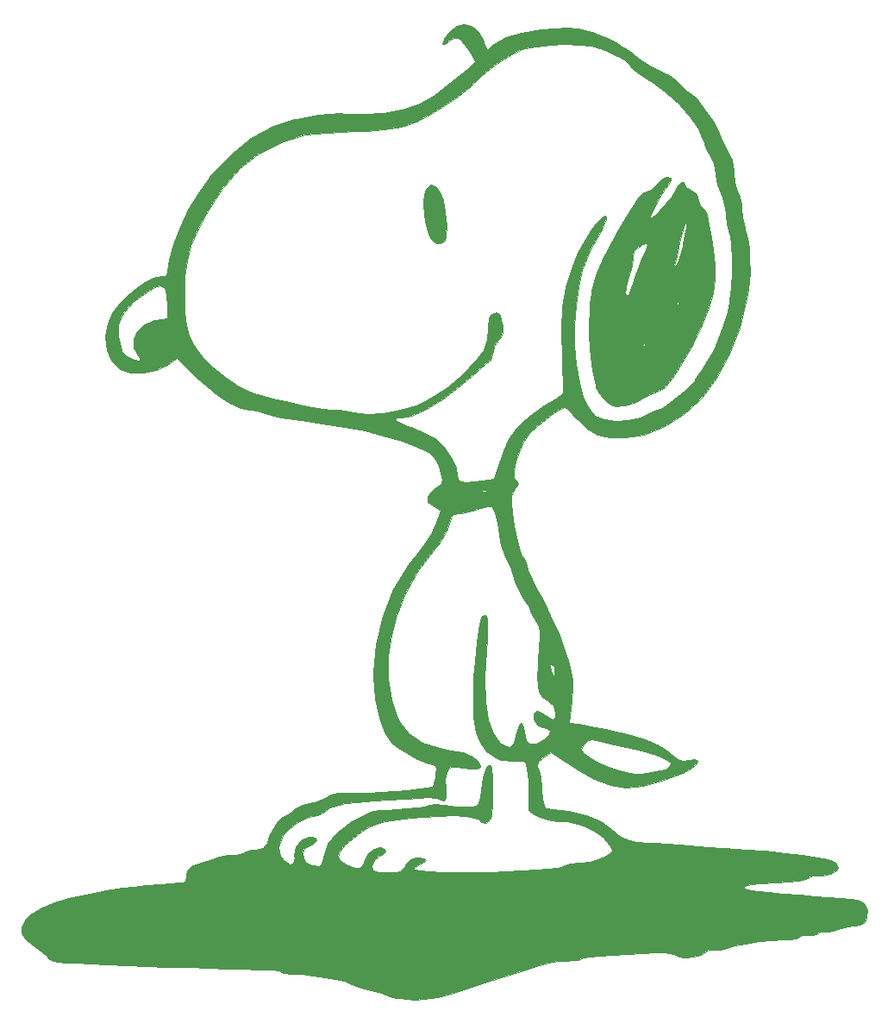
<source format=gbr>
%TF.GenerationSoftware,KiCad,Pcbnew,5.1.7-a382d34a8~88~ubuntu20.04.1*%
%TF.CreationDate,2021-01-15T03:17:28-08:00*%
%TF.ProjectId,snoopy-sao,736e6f6f-7079-42d7-9361-6f2e6b696361,rev?*%
%TF.SameCoordinates,Original*%
%TF.FileFunction,Copper,L1,Top*%
%TF.FilePolarity,Positive*%
%FSLAX46Y46*%
G04 Gerber Fmt 4.6, Leading zero omitted, Abs format (unit mm)*
G04 Created by KiCad (PCBNEW 5.1.7-a382d34a8~88~ubuntu20.04.1) date 2021-01-15 03:17:28*
%MOMM*%
%LPD*%
G01*
G04 APERTURE LIST*
%TA.AperFunction,EtchedComponent*%
%ADD10C,0.010000*%
%TD*%
%TA.AperFunction,SMDPad,CuDef*%
%ADD11R,1.000000X1.000000*%
%TD*%
%TA.AperFunction,ViaPad*%
%ADD12C,0.800000*%
%TD*%
G04 APERTURE END LIST*
D10*
%TO.C,H2*%
G36*
X104216894Y-57188876D02*
G01*
X104916169Y-57783150D01*
X105418956Y-58623548D01*
X105459564Y-58735737D01*
X105736429Y-59558034D01*
X106487714Y-58940407D01*
X107621094Y-58280805D01*
X109188242Y-57790325D01*
X111139529Y-57481917D01*
X112422476Y-57391792D01*
X113677241Y-57360899D01*
X114618073Y-57409328D01*
X115435978Y-57560674D01*
X116321957Y-57838534D01*
X116470632Y-57891894D01*
X117374411Y-58251469D01*
X118125132Y-58606858D01*
X118546155Y-58870760D01*
X118977570Y-59175055D01*
X119197000Y-59249175D01*
X119509859Y-59410261D01*
X120024250Y-59814856D01*
X120262850Y-60029984D01*
X120939614Y-60546910D01*
X121872356Y-61115457D01*
X122733377Y-61552629D01*
X123618242Y-62011798D01*
X124349324Y-62495034D01*
X124760705Y-62888797D01*
X125291451Y-63467190D01*
X125804347Y-63832495D01*
X126421213Y-64326610D01*
X126794757Y-64827018D01*
X127197722Y-65468655D01*
X127723738Y-66157673D01*
X127764516Y-66205393D01*
X128234992Y-66900944D01*
X128531868Y-67612276D01*
X128545249Y-67671746D01*
X128783939Y-68350352D01*
X129197760Y-69137589D01*
X129331820Y-69345815D01*
X129811348Y-70302147D01*
X129977350Y-71403722D01*
X129980078Y-71562462D01*
X130059842Y-72437025D01*
X130254430Y-73139048D01*
X130361078Y-73330046D01*
X130588570Y-73879620D01*
X130720601Y-74680079D01*
X130734000Y-75013527D01*
X130823740Y-75983621D01*
X131047102Y-76928599D01*
X131126655Y-77143718D01*
X131377423Y-78013296D01*
X131515596Y-79014214D01*
X131524569Y-79270238D01*
X131534523Y-80224518D01*
X131552830Y-81138313D01*
X131558908Y-81346000D01*
X131528652Y-82072685D01*
X131420628Y-83060298D01*
X131288818Y-83913832D01*
X130597213Y-86765538D01*
X129601083Y-89360759D01*
X128331674Y-91664025D01*
X126820234Y-93639864D01*
X125098012Y-95252807D01*
X123196256Y-96467384D01*
X121146213Y-97248123D01*
X119279413Y-97546078D01*
X117767407Y-97541420D01*
X116582230Y-97281893D01*
X115583309Y-96711617D01*
X114630069Y-95774713D01*
X114532069Y-95658974D01*
X113995249Y-95056358D01*
X113574323Y-94655018D01*
X113405262Y-94553999D01*
X113002428Y-94711026D01*
X112349804Y-95120657D01*
X111570686Y-95690718D01*
X110788371Y-96329036D01*
X110126152Y-96943437D01*
X109933333Y-97149554D01*
X109355540Y-97966900D01*
X108877017Y-98941750D01*
X108536873Y-99944554D01*
X108374218Y-100845762D01*
X108428161Y-101515823D01*
X108551550Y-101726693D01*
X108786991Y-102059938D01*
X108641762Y-102378079D01*
X108493511Y-102534202D01*
X108274759Y-102834988D01*
X108169723Y-103262508D01*
X108164624Y-103945119D01*
X108237364Y-104919988D01*
X108394229Y-106146590D01*
X108625413Y-107330936D01*
X108899596Y-108354392D01*
X109185457Y-109098321D01*
X109428498Y-109431849D01*
X109618537Y-109773709D01*
X109652000Y-110042121D01*
X109770668Y-110518012D01*
X110079299Y-111276214D01*
X110506835Y-112163224D01*
X110982214Y-113025541D01*
X111183304Y-113350000D01*
X111468623Y-113880612D01*
X111683545Y-114366000D01*
X111959881Y-114998326D01*
X112154198Y-115382000D01*
X112884764Y-116923238D01*
X113599686Y-118955475D01*
X113740902Y-119421698D01*
X114022860Y-120464752D01*
X114160516Y-121309821D01*
X114172207Y-122183607D01*
X114076270Y-123312815D01*
X114064434Y-123421530D01*
X113831577Y-125540663D01*
X114726288Y-125680350D01*
X115925413Y-125895353D01*
X117328139Y-126189387D01*
X118782020Y-126526154D01*
X120134611Y-126869354D01*
X121233464Y-127182688D01*
X121718460Y-127345288D01*
X122653616Y-127785721D01*
X123539378Y-128349191D01*
X123837419Y-128592146D01*
X124452061Y-129081141D01*
X124969989Y-129254478D01*
X125550459Y-129203840D01*
X126204436Y-129158163D01*
X126442826Y-129312777D01*
X126290812Y-129615421D01*
X125773578Y-130013834D01*
X124955500Y-130438480D01*
X122870246Y-131267510D01*
X121058859Y-131748273D01*
X119418989Y-131873856D01*
X117848285Y-131637347D01*
X116244395Y-131031833D01*
X114504970Y-130050404D01*
X113963016Y-129696126D01*
X112065000Y-128424498D01*
X111254725Y-128979675D01*
X110738173Y-129410595D01*
X110655908Y-129721061D01*
X110720505Y-129810905D01*
X110869386Y-130184955D01*
X111008147Y-130918240D01*
X111109782Y-131862276D01*
X111119682Y-132005479D01*
X111220326Y-133019170D01*
X111362147Y-133693188D01*
X111526902Y-133943222D01*
X113732105Y-134189246D01*
X115512753Y-134609902D01*
X116927726Y-135223763D01*
X117951300Y-135969716D01*
X118554465Y-136495554D01*
X119093905Y-136850553D01*
X119698882Y-137076132D01*
X120498660Y-137213712D01*
X121622502Y-137304713D01*
X122225000Y-137339157D01*
X123428934Y-137415470D01*
X124651789Y-137510771D01*
X125633766Y-137604763D01*
X125654000Y-137607035D01*
X126410297Y-137678058D01*
X127541798Y-137766312D01*
X128916410Y-137862289D01*
X130402042Y-137956483D01*
X130988000Y-137990968D01*
X133078283Y-138134942D01*
X135015355Y-138314140D01*
X136732747Y-138519157D01*
X138163989Y-138740588D01*
X139242614Y-138969031D01*
X139902151Y-139195081D01*
X140017650Y-139268499D01*
X140234359Y-139664318D01*
X140032185Y-140050890D01*
X139496681Y-140358914D01*
X138713403Y-140519085D01*
X138462799Y-140528000D01*
X137778804Y-140584015D01*
X137350288Y-140724654D01*
X137292502Y-140791491D01*
X137014927Y-140909963D01*
X136317538Y-141027792D01*
X135288407Y-141133410D01*
X134096336Y-141211268D01*
X132634091Y-141304650D01*
X131649901Y-141415665D01*
X131113991Y-141548731D01*
X130988000Y-141672506D01*
X131009896Y-141770397D01*
X131112569Y-141853734D01*
X131351492Y-141929547D01*
X131782141Y-142004864D01*
X132459990Y-142086715D01*
X133440515Y-142182131D01*
X134779189Y-142298141D01*
X136531488Y-142441775D01*
X137973000Y-142557640D01*
X139293736Y-142668506D01*
X140499768Y-142778954D01*
X141463831Y-142876724D01*
X142058660Y-142949556D01*
X142086184Y-142953890D01*
X142801045Y-143250529D01*
X143110682Y-143848130D01*
X143038707Y-144685517D01*
X142853484Y-145101410D01*
X142466432Y-145337067D01*
X141726940Y-145482268D01*
X141694946Y-145486535D01*
X140849932Y-145640258D01*
X140136882Y-145839936D01*
X139958189Y-145913405D01*
X139301387Y-146074884D01*
X138878689Y-146046768D01*
X138464873Y-146027647D01*
X138354000Y-146139779D01*
X138128605Y-146283960D01*
X137565560Y-146364139D01*
X137338000Y-146370000D01*
X136701733Y-146423158D01*
X136347881Y-146555952D01*
X136322000Y-146609644D01*
X136091716Y-146734181D01*
X135494464Y-146812651D01*
X134837428Y-146828239D01*
X133740784Y-146869508D01*
X132472644Y-147002769D01*
X131200838Y-147201583D01*
X130093191Y-147439511D01*
X129317532Y-147690115D01*
X129291824Y-147701873D01*
X128589247Y-147863522D01*
X128135377Y-147844904D01*
X127555535Y-147870072D01*
X127247735Y-148033998D01*
X126769599Y-148305921D01*
X126040096Y-148489417D01*
X125249485Y-148564312D01*
X124588021Y-148510433D01*
X124270459Y-148349687D01*
X124096733Y-148224161D01*
X123755450Y-148144142D01*
X123177663Y-148108024D01*
X122294426Y-148114202D01*
X121036792Y-148161072D01*
X119494500Y-148238502D01*
X118045352Y-148327517D01*
X116789594Y-148426554D01*
X115807827Y-148527453D01*
X115180657Y-148622055D01*
X114986000Y-148694882D01*
X114755754Y-148810382D01*
X114159484Y-148888276D01*
X113525500Y-148909530D01*
X112749351Y-148962500D01*
X111799317Y-149135492D01*
X110592185Y-149448938D01*
X109044741Y-149923268D01*
X108001000Y-150265951D01*
X105773397Y-151005106D01*
X103958038Y-151591511D01*
X102487218Y-152038895D01*
X101293235Y-152360988D01*
X100308386Y-152571522D01*
X99464966Y-152684226D01*
X98695275Y-152712830D01*
X97931607Y-152671065D01*
X97106261Y-152572661D01*
X96825000Y-152532467D01*
X96195578Y-152393327D01*
X95809000Y-152232155D01*
X95439187Y-152079576D01*
X94737772Y-151875708D01*
X94031000Y-151704690D01*
X93153003Y-151474001D01*
X92444570Y-151224318D01*
X92126000Y-151054998D01*
X91699351Y-150880714D01*
X90897962Y-150690490D01*
X89853783Y-150504840D01*
X88698763Y-150344275D01*
X87564853Y-150229311D01*
X86584004Y-150180459D01*
X86497612Y-150180000D01*
X85876344Y-150131368D01*
X85541047Y-150010451D01*
X85522000Y-149968980D01*
X85292854Y-149850612D01*
X84704279Y-149772850D01*
X84188500Y-149755306D01*
X83197137Y-149744748D01*
X81859361Y-149717855D01*
X80242972Y-149677053D01*
X78415772Y-149624764D01*
X76445559Y-149563413D01*
X74400136Y-149495424D01*
X72347302Y-149423219D01*
X70354858Y-149349224D01*
X68490605Y-149275862D01*
X66822343Y-149205556D01*
X65417872Y-149140731D01*
X64344994Y-149083810D01*
X63671508Y-149037217D01*
X63487500Y-149015262D01*
X62927794Y-148853428D01*
X62664853Y-148684047D01*
X62662000Y-148668662D01*
X62471643Y-148440651D01*
X61973081Y-148015370D01*
X61288903Y-147495737D01*
X60446429Y-146807492D01*
X60033831Y-146224775D01*
X60016765Y-145646804D01*
X60360889Y-144972793D01*
X60406613Y-144906531D01*
X61042080Y-144308896D01*
X62052500Y-143709805D01*
X63308209Y-143166320D01*
X64679541Y-142735500D01*
X65890577Y-142493282D01*
X66838621Y-142344332D01*
X67574727Y-142194199D01*
X67967821Y-142070563D01*
X67996000Y-142048692D01*
X68270079Y-141977976D01*
X68945411Y-141877236D01*
X69916898Y-141757357D01*
X71079442Y-141629224D01*
X72327946Y-141503721D01*
X73557312Y-141391733D01*
X74662443Y-141304144D01*
X75538241Y-141251839D01*
X75765654Y-141244014D01*
X76154416Y-141124519D01*
X76195207Y-140705883D01*
X76184834Y-140648032D01*
X76305967Y-140045814D01*
X76888984Y-139549438D01*
X77893412Y-139189272D01*
X78219500Y-139121522D01*
X78829893Y-138966605D01*
X79155393Y-138799471D01*
X79172000Y-138761961D01*
X79398911Y-138646745D01*
X79971531Y-138572017D01*
X80288054Y-138559587D01*
X81108026Y-138486538D01*
X81785718Y-138325042D01*
X81922355Y-138265357D01*
X82611106Y-138036767D01*
X83041501Y-137988000D01*
X83740414Y-137812402D01*
X83810653Y-137740747D01*
X85297710Y-137740747D01*
X85475782Y-138595960D01*
X85791875Y-139019875D01*
X86345424Y-139412223D01*
X86714075Y-139341376D01*
X86852006Y-138827672D01*
X86838174Y-138555462D01*
X86973283Y-137719566D01*
X87477246Y-137065381D01*
X88226902Y-136733921D01*
X88443000Y-136718000D01*
X88960013Y-136826354D01*
X89031720Y-137084006D01*
X88654806Y-137389837D01*
X88467673Y-137470619D01*
X87830243Y-137829797D01*
X87623607Y-138330403D01*
X87694410Y-138840002D01*
X87954800Y-139315398D01*
X88518803Y-139535198D01*
X88694319Y-139559894D01*
X89263223Y-139583442D01*
X89533709Y-139383074D01*
X89673259Y-138823327D01*
X89683663Y-138759710D01*
X90139814Y-137457738D01*
X91071211Y-136286793D01*
X92487870Y-135234934D01*
X92783583Y-135063800D01*
X93648989Y-134602522D01*
X94351427Y-134315231D01*
X95075193Y-134155082D01*
X96004585Y-134075228D01*
X96793273Y-134044600D01*
X97921338Y-133980627D01*
X98935400Y-133872797D01*
X99670216Y-133740473D01*
X99843407Y-133687195D01*
X100604925Y-133533243D01*
X101622896Y-133602358D01*
X101992961Y-133664763D01*
X102949321Y-133786577D01*
X103839773Y-133810627D01*
X104229955Y-133772933D01*
X104698470Y-133652989D01*
X104962843Y-133426723D01*
X105106998Y-132957617D01*
X105206699Y-132184064D01*
X105387826Y-130989423D01*
X105621352Y-130157737D01*
X105888078Y-129741807D01*
X106097525Y-129733942D01*
X106211320Y-130047502D01*
X106284741Y-130731830D01*
X106318689Y-131651376D01*
X106314066Y-132670589D01*
X106271772Y-133653916D01*
X106192708Y-134465808D01*
X106077776Y-134970711D01*
X106062500Y-135002594D01*
X105665023Y-135406226D01*
X105210667Y-135311652D01*
X104981001Y-135075811D01*
X104541110Y-134851675D01*
X103679812Y-134713357D01*
X102476023Y-134658688D01*
X101008660Y-134685499D01*
X99356637Y-134791624D01*
X97598872Y-134974894D01*
X95814279Y-135233141D01*
X95174000Y-135345234D01*
X94389696Y-135624261D01*
X93494749Y-136143987D01*
X92604796Y-136809264D01*
X91835474Y-137524944D01*
X91302420Y-138195880D01*
X91120322Y-138680644D01*
X91327837Y-139064627D01*
X91860248Y-139455745D01*
X92548210Y-139743713D01*
X92852602Y-139808773D01*
X93292940Y-139773622D01*
X93580857Y-139430053D01*
X93741602Y-139009449D01*
X94122312Y-138340998D01*
X94677898Y-137888972D01*
X95265830Y-137732383D01*
X95712492Y-137916892D01*
X95780808Y-138182042D01*
X95421068Y-138488262D01*
X95203185Y-138607907D01*
X94655109Y-139041649D01*
X94412394Y-139539856D01*
X94519427Y-139962171D01*
X94729500Y-140105780D01*
X95165350Y-140188176D01*
X95883817Y-140243209D01*
X96190000Y-140252341D01*
X96936134Y-140221689D01*
X97377332Y-140035998D01*
X97712957Y-139601392D01*
X97765686Y-139510394D01*
X98220903Y-138945156D01*
X98817880Y-138754550D01*
X98972186Y-138750000D01*
X99555988Y-138840340D01*
X99732051Y-139053228D01*
X99460265Y-139301465D01*
X99260937Y-139377719D01*
X98703263Y-139679513D01*
X98489496Y-139876737D01*
X98626159Y-139989887D01*
X99196789Y-140077584D01*
X100128049Y-140140914D01*
X101346601Y-140180959D01*
X102779106Y-140198805D01*
X104352227Y-140195535D01*
X105992624Y-140172233D01*
X107626959Y-140129985D01*
X109181895Y-140069874D01*
X110584092Y-139992985D01*
X111760213Y-139900401D01*
X112636919Y-139793207D01*
X113140873Y-139672487D01*
X113167909Y-139659731D01*
X113956661Y-139389883D01*
X114860710Y-139260056D01*
X114968246Y-139258000D01*
X115837202Y-139170400D01*
X116716505Y-138943807D01*
X117464380Y-138632525D01*
X117939050Y-138290860D01*
X118034000Y-138083690D01*
X117872138Y-137696514D01*
X117462031Y-137124062D01*
X117208500Y-136831990D01*
X116260132Y-136108784D01*
X114984337Y-135559598D01*
X113549157Y-135246311D01*
X112768640Y-135197014D01*
X112031166Y-135106994D01*
X111217428Y-134882077D01*
X110485316Y-134582849D01*
X109992722Y-134269896D01*
X109875670Y-134086920D01*
X109864049Y-133684614D01*
X109866736Y-132962341D01*
X109876346Y-132400000D01*
X109855860Y-131415270D01*
X109768881Y-130483345D01*
X109703837Y-130114000D01*
X109540592Y-129551455D01*
X109284231Y-129312930D01*
X108761483Y-129286046D01*
X108460594Y-129307657D01*
X107135161Y-129164165D01*
X106409489Y-128874349D01*
X105658097Y-128335594D01*
X105576471Y-128223486D01*
X114986000Y-128223486D01*
X115211814Y-128559234D01*
X115813755Y-128980671D01*
X116678566Y-129437216D01*
X117692994Y-129878285D01*
X118743781Y-130253296D01*
X119717674Y-130511668D01*
X120299194Y-130596485D01*
X120726610Y-130568199D01*
X121479347Y-130469052D01*
X122267694Y-130341925D01*
X123262141Y-130098678D01*
X123760367Y-129807575D01*
X123771150Y-129475899D01*
X123303266Y-129110933D01*
X122365494Y-128719959D01*
X120966612Y-128310260D01*
X119376687Y-127943283D01*
X118185336Y-127689191D01*
X117164105Y-127464225D01*
X116422710Y-127293036D01*
X116072850Y-127201009D01*
X115653975Y-127276871D01*
X115231448Y-127644690D01*
X114994482Y-128126461D01*
X114986000Y-128223486D01*
X105576471Y-128223486D01*
X105087695Y-127552189D01*
X104689732Y-126480565D01*
X104455659Y-125077153D01*
X104376927Y-123298385D01*
X104444987Y-121100691D01*
X104561441Y-119456520D01*
X104726872Y-117685236D01*
X104895238Y-116387248D01*
X105075156Y-115527883D01*
X105275244Y-115072470D01*
X105504119Y-114986334D01*
X105647632Y-115086032D01*
X105757269Y-115423708D01*
X105786204Y-116161584D01*
X105734428Y-117336888D01*
X105646831Y-118478801D01*
X105501407Y-121197395D01*
X105568844Y-123460538D01*
X105848861Y-125266815D01*
X106341177Y-126614815D01*
X107045513Y-127503123D01*
X107493325Y-127781932D01*
X107982646Y-127943794D01*
X108245014Y-127774922D01*
X108370985Y-127508045D01*
X108605450Y-126805023D01*
X108750260Y-126240500D01*
X108960544Y-125674587D01*
X109190502Y-125583985D01*
X109359322Y-125946040D01*
X109398000Y-126422063D01*
X109541170Y-127241719D01*
X109947084Y-127636375D01*
X110580343Y-127592343D01*
X111317790Y-127164498D01*
X111881366Y-126650751D01*
X111974834Y-126302223D01*
X111594671Y-126083234D01*
X111203646Y-126008007D01*
X110656860Y-125726965D01*
X110340650Y-125195565D01*
X110365006Y-124618788D01*
X110411021Y-124530819D01*
X110644563Y-124371193D01*
X111049386Y-124524308D01*
X111379447Y-124744003D01*
X111997690Y-125154011D01*
X112315679Y-125230479D01*
X112431921Y-124954601D01*
X112446000Y-124540360D01*
X112303693Y-123898184D01*
X111796600Y-123412220D01*
X111673544Y-123336419D01*
X111191834Y-122983850D01*
X110883234Y-122540008D01*
X110724303Y-121904790D01*
X110691597Y-120978096D01*
X110741132Y-120046232D01*
X111946684Y-120046232D01*
X112120995Y-120631725D01*
X112273704Y-120959249D01*
X112360366Y-120808043D01*
X112398815Y-120625520D01*
X112346200Y-120089487D01*
X112215820Y-119876220D01*
X111980320Y-119765177D01*
X111946684Y-120046232D01*
X110741132Y-120046232D01*
X110761673Y-119659825D01*
X110773990Y-119495276D01*
X110873974Y-118139110D01*
X110928082Y-117196117D01*
X110931736Y-116573152D01*
X110880359Y-116177069D01*
X110769373Y-115914724D01*
X110594202Y-115692971D01*
X110586735Y-115684670D01*
X110228709Y-115107167D01*
X110025253Y-114556500D01*
X109843373Y-114052420D01*
X109669741Y-113858000D01*
X109474167Y-113644903D01*
X109169831Y-113104622D01*
X108826233Y-112385664D01*
X108512874Y-111636541D01*
X108299254Y-111005762D01*
X108263167Y-110852412D01*
X108049962Y-110240602D01*
X107790150Y-109749366D01*
X107459649Y-109038731D01*
X107160302Y-108088388D01*
X106975110Y-107163979D01*
X106970763Y-107127000D01*
X106788764Y-105896565D01*
X106562989Y-104958377D01*
X106316985Y-104398203D01*
X106190615Y-104285425D01*
X105751777Y-104290908D01*
X105073753Y-104466153D01*
X104820344Y-104559627D01*
X103981814Y-104823173D01*
X103189909Y-104961785D01*
X103042859Y-104967999D01*
X102492346Y-105061874D01*
X102283677Y-105285500D01*
X102158030Y-105750113D01*
X101842806Y-106471401D01*
X101424444Y-107279562D01*
X100989383Y-108004796D01*
X100699482Y-108397490D01*
X98995993Y-110588634D01*
X97713471Y-112822624D01*
X96775924Y-115247638D01*
X96335942Y-116906000D01*
X96026839Y-119047530D01*
X96039527Y-121209032D01*
X96360617Y-123253103D01*
X96976721Y-125042338D01*
X97165054Y-125415000D01*
X98089590Y-126593157D01*
X99406541Y-127481389D01*
X101076838Y-128057889D01*
X102236046Y-128245468D01*
X103441604Y-128473403D01*
X104370684Y-128855026D01*
X104939729Y-129345721D01*
X105080000Y-129764048D01*
X104992153Y-129967906D01*
X104658063Y-130045336D01*
X103971904Y-130010850D01*
X103580982Y-129969630D01*
X102729072Y-129891743D01*
X102235127Y-129922453D01*
X101955167Y-130092133D01*
X101788869Y-130347690D01*
X101620430Y-131054334D01*
X101665727Y-132028671D01*
X101738680Y-132751664D01*
X101660573Y-133092292D01*
X101476640Y-133162000D01*
X100981288Y-133027704D01*
X100876300Y-132957314D01*
X100614432Y-132888716D01*
X100022760Y-132867315D01*
X99068042Y-132894748D01*
X97717040Y-132972655D01*
X95936514Y-133102673D01*
X93693226Y-133286440D01*
X93008101Y-133345121D01*
X91774007Y-133479690D01*
X90919886Y-133651981D01*
X90317736Y-133894618D01*
X89989347Y-134114500D01*
X89309736Y-134508328D01*
X88641094Y-134691576D01*
X88599245Y-134693066D01*
X87948655Y-134874041D01*
X87142370Y-135327029D01*
X86349686Y-135933602D01*
X85739901Y-136575332D01*
X85597251Y-136793058D01*
X85297710Y-137740747D01*
X83810653Y-137740747D01*
X84178240Y-137365750D01*
X84252000Y-137042754D01*
X84386328Y-136624201D01*
X84718225Y-136020664D01*
X85141060Y-135390736D01*
X85548200Y-134893011D01*
X85833013Y-134686083D01*
X85836586Y-134686000D01*
X86175449Y-134535055D01*
X86703596Y-134161208D01*
X86838321Y-134051000D01*
X87614896Y-133586929D01*
X88359778Y-133416000D01*
X89111901Y-133265281D01*
X89847511Y-132902646D01*
X89850649Y-132900416D01*
X90432868Y-132589630D01*
X91159953Y-132444195D01*
X92175859Y-132426498D01*
X93022630Y-132424173D01*
X94127186Y-132386720D01*
X95385601Y-132321757D01*
X96693949Y-132236904D01*
X97948304Y-132139781D01*
X99044740Y-132038008D01*
X99879332Y-131939203D01*
X100348152Y-131850987D01*
X100407698Y-131822967D01*
X100528534Y-131501762D01*
X100655726Y-130874393D01*
X100689800Y-130642977D01*
X100744300Y-129973113D01*
X100643793Y-129670067D01*
X100398714Y-129606000D01*
X99760438Y-129462781D01*
X98878640Y-129088385D01*
X97909082Y-128565695D01*
X97007527Y-127977599D01*
X96401394Y-127478894D01*
X95688469Y-126473382D01*
X95146276Y-125029191D01*
X94786160Y-123189991D01*
X94619469Y-120999451D01*
X94611104Y-120589000D01*
X94819557Y-117827335D01*
X95489501Y-115074861D01*
X96583225Y-112434891D01*
X98063016Y-110010737D01*
X98827515Y-109038157D01*
X99580914Y-108053312D01*
X100245949Y-107011246D01*
X100695057Y-106113503D01*
X100720026Y-106048034D01*
X101215591Y-104702754D01*
X100671295Y-104416352D01*
X100174073Y-104086726D01*
X99954222Y-103864161D01*
X99922044Y-103404894D01*
X100232670Y-102872268D01*
X100272049Y-102840832D01*
X105044752Y-102840832D01*
X105382122Y-102884807D01*
X105461000Y-102886483D01*
X105894787Y-102859028D01*
X105932979Y-102779514D01*
X105910334Y-102769392D01*
X105406096Y-102719145D01*
X105148334Y-102759980D01*
X105044752Y-102840832D01*
X100272049Y-102840832D01*
X100781733Y-102433962D01*
X100872077Y-102389493D01*
X101266972Y-102123262D01*
X101347317Y-101714373D01*
X101277128Y-101316604D01*
X100992343Y-100324095D01*
X100593228Y-99579427D01*
X99989316Y-99003062D01*
X99090140Y-98515457D01*
X97805233Y-98037071D01*
X97395831Y-97904073D01*
X95553733Y-97356668D01*
X93723519Y-96903622D01*
X91758727Y-96514372D01*
X89512897Y-96158358D01*
X88109369Y-95966238D01*
X86789084Y-95774377D01*
X85549201Y-95560679D01*
X84534425Y-95352088D01*
X83918369Y-95185888D01*
X83161421Y-94954642D01*
X82550135Y-94822967D01*
X82417443Y-94811696D01*
X81571996Y-94624831D01*
X80495634Y-94118138D01*
X79291113Y-93354839D01*
X78061191Y-92398151D01*
X77184074Y-91591934D01*
X75323148Y-89746503D01*
X74343501Y-90394802D01*
X73218494Y-90924314D01*
X71954336Y-91182946D01*
X70723704Y-91156923D01*
X69699275Y-90832472D01*
X69599087Y-90773262D01*
X68837435Y-90010432D01*
X68392234Y-88950371D01*
X68277198Y-87703791D01*
X68289559Y-87632360D01*
X69499609Y-87632360D01*
X69884388Y-88995100D01*
X69907057Y-89050754D01*
X70346126Y-89552017D01*
X71072069Y-89891966D01*
X71527866Y-89965899D01*
X71726431Y-89902658D01*
X71553959Y-89619021D01*
X71464366Y-89517499D01*
X71048129Y-88735282D01*
X71054551Y-87888758D01*
X71428893Y-87087265D01*
X72116415Y-86440145D01*
X73062377Y-86056735D01*
X73210021Y-86030670D01*
X74346000Y-85860319D01*
X74346000Y-84639933D01*
X74296230Y-83610986D01*
X76034405Y-83610986D01*
X76034480Y-83632000D01*
X76075151Y-85259073D01*
X76208631Y-86512097D01*
X76473391Y-87522107D01*
X76907904Y-88420138D01*
X77550641Y-89337226D01*
X77801243Y-89649613D01*
X78775656Y-90636983D01*
X80038520Y-91637831D01*
X81399359Y-92517227D01*
X82667700Y-93140237D01*
X82797025Y-93188630D01*
X83587334Y-93430267D01*
X84694306Y-93713702D01*
X85987696Y-94011657D01*
X87337258Y-94296851D01*
X88612746Y-94542006D01*
X89683917Y-94719842D01*
X90420523Y-94803080D01*
X90519122Y-94805985D01*
X91255484Y-94866090D01*
X92189256Y-95015808D01*
X92607440Y-95103966D01*
X93948635Y-95245930D01*
X95548812Y-95158266D01*
X97228764Y-94868364D01*
X98809286Y-94403609D01*
X99699698Y-94020079D01*
X100713042Y-93416260D01*
X101835258Y-92601101D01*
X102966840Y-91664022D01*
X104008284Y-90694437D01*
X104860083Y-89781765D01*
X105422733Y-89015424D01*
X105545807Y-88766667D01*
X105784963Y-87854270D01*
X105879999Y-86876884D01*
X105878201Y-86774703D01*
X105961183Y-85883764D01*
X106233641Y-85401168D01*
X106672675Y-85229928D01*
X107009235Y-85540453D01*
X107251588Y-86341580D01*
X107283381Y-86523286D01*
X107324176Y-87250673D01*
X107104364Y-87748994D01*
X106893159Y-87971759D01*
X106489321Y-88552843D01*
X106350000Y-89092880D01*
X106228107Y-89675220D01*
X106032500Y-89965091D01*
X105726677Y-90220646D01*
X105118607Y-90734643D01*
X104292455Y-91435755D01*
X103332388Y-92252655D01*
X103195458Y-92369325D01*
X101345480Y-93819703D01*
X99707681Y-94839117D01*
X98292480Y-95421901D01*
X97310398Y-95570000D01*
X96801302Y-95631461D01*
X96777551Y-95811204D01*
X97232173Y-96102263D01*
X98158194Y-96497675D01*
X98289227Y-96547503D01*
X99287584Y-96962469D01*
X100240225Y-97422099D01*
X100794728Y-97737243D01*
X101578255Y-98457481D01*
X102246179Y-99451042D01*
X102684497Y-100518297D01*
X102794000Y-101238193D01*
X102859394Y-101632375D01*
X103111705Y-101858052D01*
X103635123Y-101932458D01*
X104513839Y-101872825D01*
X105362048Y-101763836D01*
X106477000Y-101607672D01*
X107061816Y-99795336D01*
X107473556Y-98622569D01*
X107912124Y-97669669D01*
X108450760Y-96854555D01*
X109162705Y-96095145D01*
X110121199Y-95309355D01*
X111399482Y-94415105D01*
X112509824Y-93689615D01*
X113261091Y-93206230D01*
X113096586Y-89752615D01*
X113045002Y-87076605D01*
X113176586Y-84782467D01*
X113506514Y-82772656D01*
X114049960Y-80949624D01*
X114697701Y-79460774D01*
X115360534Y-78223524D01*
X116011944Y-77175094D01*
X116602549Y-76380842D01*
X117082966Y-75906123D01*
X117403811Y-75816296D01*
X117434186Y-75839129D01*
X117442006Y-76160199D01*
X117224515Y-76743913D01*
X117032558Y-77109129D01*
X116576050Y-77932469D01*
X116036726Y-78951459D01*
X115664008Y-79681889D01*
X115111851Y-81095723D01*
X114708405Y-82769223D01*
X114449931Y-84618253D01*
X114332689Y-86558679D01*
X114352940Y-88506368D01*
X114506942Y-90377185D01*
X114790957Y-92086995D01*
X115201245Y-93551665D01*
X115734067Y-94687060D01*
X116362353Y-95392718D01*
X117252231Y-95775276D01*
X118413047Y-95936045D01*
X119659695Y-95877045D01*
X120807073Y-95600298D01*
X121358471Y-95338167D01*
X121995049Y-94998015D01*
X122485823Y-94817637D01*
X122559631Y-94808949D01*
X122933198Y-94648051D01*
X123554056Y-94230548D01*
X124303797Y-93652437D01*
X125064012Y-93009716D01*
X125716294Y-92398381D01*
X126142233Y-91914428D01*
X126157836Y-91891790D01*
X126927325Y-90741659D01*
X127468816Y-89905837D01*
X127844363Y-89281581D01*
X128116020Y-88766144D01*
X128328103Y-88298397D01*
X128832493Y-86973104D01*
X129271340Y-85556423D01*
X129568971Y-84297497D01*
X129602237Y-84103528D01*
X129754652Y-82785702D01*
X129831468Y-81343360D01*
X129833416Y-79924477D01*
X129761230Y-78677028D01*
X129615641Y-77748988D01*
X129569990Y-77590623D01*
X129337901Y-76662891D01*
X129215589Y-75733062D01*
X129210000Y-75548829D01*
X129088004Y-74691442D01*
X128786253Y-73777463D01*
X128702000Y-73598999D01*
X128371778Y-72712892D01*
X128200638Y-71788011D01*
X128194000Y-71616003D01*
X128058003Y-70725259D01*
X127720335Y-69963022D01*
X127714825Y-69955210D01*
X127315432Y-69234532D01*
X126991736Y-68393227D01*
X126973877Y-68330592D01*
X126492976Y-67251969D01*
X125649359Y-66039720D01*
X124532535Y-64791644D01*
X123232012Y-63605538D01*
X121837298Y-62579203D01*
X121538311Y-62391600D01*
X120729086Y-61856157D01*
X120076256Y-61344854D01*
X119733462Y-60983935D01*
X119302522Y-60553446D01*
X118643067Y-60147603D01*
X118542000Y-60101270D01*
X117678553Y-59725889D01*
X116832830Y-59359827D01*
X116818882Y-59353810D01*
X115988498Y-59138220D01*
X114806783Y-59012092D01*
X113422043Y-58973085D01*
X111982585Y-59018864D01*
X110636714Y-59147090D01*
X109532736Y-59355425D01*
X109154546Y-59474624D01*
X107897581Y-60085210D01*
X106539729Y-60956497D01*
X105287408Y-61944675D01*
X104512625Y-62708641D01*
X103751592Y-63420247D01*
X102663466Y-64245530D01*
X101387416Y-65096512D01*
X100062610Y-65885214D01*
X98828217Y-66523658D01*
X97864760Y-66911269D01*
X96848379Y-67157801D01*
X95578246Y-67332217D01*
X93957568Y-67445476D01*
X92761000Y-67489062D01*
X91340494Y-67544669D01*
X89985162Y-67627634D01*
X88834621Y-67727465D01*
X88028487Y-67833668D01*
X87935000Y-67851757D01*
X85509102Y-68566332D01*
X83365465Y-69651377D01*
X81465575Y-71137093D01*
X79770918Y-73053681D01*
X78242983Y-75431342D01*
X78222666Y-75467911D01*
X77312171Y-77221216D01*
X76682123Y-78747913D01*
X76288498Y-80212265D01*
X76087267Y-81778535D01*
X76034405Y-83610986D01*
X74296230Y-83610986D01*
X74291811Y-83519630D01*
X74097081Y-82864147D01*
X73713566Y-82638758D01*
X73093021Y-82808740D01*
X72372452Y-83219434D01*
X70949470Y-84268614D01*
X70010661Y-85319944D01*
X69534537Y-86424251D01*
X69499609Y-87632360D01*
X68289559Y-87632360D01*
X68506043Y-86381401D01*
X68929992Y-85372375D01*
X69493123Y-84574715D01*
X70287637Y-83750048D01*
X71211135Y-82972710D01*
X72161216Y-82317036D01*
X73035480Y-81857362D01*
X73731528Y-81668025D01*
X73987925Y-81700650D01*
X74282581Y-81635080D01*
X74346000Y-81311191D01*
X74501202Y-80080256D01*
X74932393Y-78576499D01*
X75587947Y-76915343D01*
X76416241Y-75212209D01*
X77365650Y-73582520D01*
X78384548Y-72141699D01*
X78525295Y-71967114D01*
X80529137Y-69812365D01*
X82601376Y-68146043D01*
X84733319Y-66973889D01*
X86916273Y-66301645D01*
X87173000Y-66256187D01*
X87888412Y-66132350D01*
X88809295Y-65964504D01*
X89205441Y-65890050D01*
X90278902Y-65765111D01*
X91422012Y-65745599D01*
X91745441Y-65766026D01*
X93655243Y-65825543D01*
X95592291Y-65677324D01*
X97417617Y-65344742D01*
X98992250Y-64851166D01*
X99922776Y-64390833D01*
X100506512Y-63993913D01*
X101274481Y-63422795D01*
X102131925Y-62754389D01*
X102984089Y-62065600D01*
X103736216Y-61433337D01*
X104293548Y-60934507D01*
X104561330Y-60646017D01*
X104572000Y-60617388D01*
X104424364Y-60257454D01*
X104061566Y-59681382D01*
X103603773Y-59054636D01*
X103171150Y-58542679D01*
X102900693Y-58316060D01*
X102434926Y-58356727D01*
X102066039Y-58582194D01*
X101583957Y-58941195D01*
X101387337Y-58911181D01*
X101505750Y-58501213D01*
X101544791Y-58422499D01*
X102113441Y-57660346D01*
X102846755Y-57132279D01*
X103464360Y-56967647D01*
X104216894Y-57188876D01*
G37*
X104216894Y-57188876D02*
X104916169Y-57783150D01*
X105418956Y-58623548D01*
X105459564Y-58735737D01*
X105736429Y-59558034D01*
X106487714Y-58940407D01*
X107621094Y-58280805D01*
X109188242Y-57790325D01*
X111139529Y-57481917D01*
X112422476Y-57391792D01*
X113677241Y-57360899D01*
X114618073Y-57409328D01*
X115435978Y-57560674D01*
X116321957Y-57838534D01*
X116470632Y-57891894D01*
X117374411Y-58251469D01*
X118125132Y-58606858D01*
X118546155Y-58870760D01*
X118977570Y-59175055D01*
X119197000Y-59249175D01*
X119509859Y-59410261D01*
X120024250Y-59814856D01*
X120262850Y-60029984D01*
X120939614Y-60546910D01*
X121872356Y-61115457D01*
X122733377Y-61552629D01*
X123618242Y-62011798D01*
X124349324Y-62495034D01*
X124760705Y-62888797D01*
X125291451Y-63467190D01*
X125804347Y-63832495D01*
X126421213Y-64326610D01*
X126794757Y-64827018D01*
X127197722Y-65468655D01*
X127723738Y-66157673D01*
X127764516Y-66205393D01*
X128234992Y-66900944D01*
X128531868Y-67612276D01*
X128545249Y-67671746D01*
X128783939Y-68350352D01*
X129197760Y-69137589D01*
X129331820Y-69345815D01*
X129811348Y-70302147D01*
X129977350Y-71403722D01*
X129980078Y-71562462D01*
X130059842Y-72437025D01*
X130254430Y-73139048D01*
X130361078Y-73330046D01*
X130588570Y-73879620D01*
X130720601Y-74680079D01*
X130734000Y-75013527D01*
X130823740Y-75983621D01*
X131047102Y-76928599D01*
X131126655Y-77143718D01*
X131377423Y-78013296D01*
X131515596Y-79014214D01*
X131524569Y-79270238D01*
X131534523Y-80224518D01*
X131552830Y-81138313D01*
X131558908Y-81346000D01*
X131528652Y-82072685D01*
X131420628Y-83060298D01*
X131288818Y-83913832D01*
X130597213Y-86765538D01*
X129601083Y-89360759D01*
X128331674Y-91664025D01*
X126820234Y-93639864D01*
X125098012Y-95252807D01*
X123196256Y-96467384D01*
X121146213Y-97248123D01*
X119279413Y-97546078D01*
X117767407Y-97541420D01*
X116582230Y-97281893D01*
X115583309Y-96711617D01*
X114630069Y-95774713D01*
X114532069Y-95658974D01*
X113995249Y-95056358D01*
X113574323Y-94655018D01*
X113405262Y-94553999D01*
X113002428Y-94711026D01*
X112349804Y-95120657D01*
X111570686Y-95690718D01*
X110788371Y-96329036D01*
X110126152Y-96943437D01*
X109933333Y-97149554D01*
X109355540Y-97966900D01*
X108877017Y-98941750D01*
X108536873Y-99944554D01*
X108374218Y-100845762D01*
X108428161Y-101515823D01*
X108551550Y-101726693D01*
X108786991Y-102059938D01*
X108641762Y-102378079D01*
X108493511Y-102534202D01*
X108274759Y-102834988D01*
X108169723Y-103262508D01*
X108164624Y-103945119D01*
X108237364Y-104919988D01*
X108394229Y-106146590D01*
X108625413Y-107330936D01*
X108899596Y-108354392D01*
X109185457Y-109098321D01*
X109428498Y-109431849D01*
X109618537Y-109773709D01*
X109652000Y-110042121D01*
X109770668Y-110518012D01*
X110079299Y-111276214D01*
X110506835Y-112163224D01*
X110982214Y-113025541D01*
X111183304Y-113350000D01*
X111468623Y-113880612D01*
X111683545Y-114366000D01*
X111959881Y-114998326D01*
X112154198Y-115382000D01*
X112884764Y-116923238D01*
X113599686Y-118955475D01*
X113740902Y-119421698D01*
X114022860Y-120464752D01*
X114160516Y-121309821D01*
X114172207Y-122183607D01*
X114076270Y-123312815D01*
X114064434Y-123421530D01*
X113831577Y-125540663D01*
X114726288Y-125680350D01*
X115925413Y-125895353D01*
X117328139Y-126189387D01*
X118782020Y-126526154D01*
X120134611Y-126869354D01*
X121233464Y-127182688D01*
X121718460Y-127345288D01*
X122653616Y-127785721D01*
X123539378Y-128349191D01*
X123837419Y-128592146D01*
X124452061Y-129081141D01*
X124969989Y-129254478D01*
X125550459Y-129203840D01*
X126204436Y-129158163D01*
X126442826Y-129312777D01*
X126290812Y-129615421D01*
X125773578Y-130013834D01*
X124955500Y-130438480D01*
X122870246Y-131267510D01*
X121058859Y-131748273D01*
X119418989Y-131873856D01*
X117848285Y-131637347D01*
X116244395Y-131031833D01*
X114504970Y-130050404D01*
X113963016Y-129696126D01*
X112065000Y-128424498D01*
X111254725Y-128979675D01*
X110738173Y-129410595D01*
X110655908Y-129721061D01*
X110720505Y-129810905D01*
X110869386Y-130184955D01*
X111008147Y-130918240D01*
X111109782Y-131862276D01*
X111119682Y-132005479D01*
X111220326Y-133019170D01*
X111362147Y-133693188D01*
X111526902Y-133943222D01*
X113732105Y-134189246D01*
X115512753Y-134609902D01*
X116927726Y-135223763D01*
X117951300Y-135969716D01*
X118554465Y-136495554D01*
X119093905Y-136850553D01*
X119698882Y-137076132D01*
X120498660Y-137213712D01*
X121622502Y-137304713D01*
X122225000Y-137339157D01*
X123428934Y-137415470D01*
X124651789Y-137510771D01*
X125633766Y-137604763D01*
X125654000Y-137607035D01*
X126410297Y-137678058D01*
X127541798Y-137766312D01*
X128916410Y-137862289D01*
X130402042Y-137956483D01*
X130988000Y-137990968D01*
X133078283Y-138134942D01*
X135015355Y-138314140D01*
X136732747Y-138519157D01*
X138163989Y-138740588D01*
X139242614Y-138969031D01*
X139902151Y-139195081D01*
X140017650Y-139268499D01*
X140234359Y-139664318D01*
X140032185Y-140050890D01*
X139496681Y-140358914D01*
X138713403Y-140519085D01*
X138462799Y-140528000D01*
X137778804Y-140584015D01*
X137350288Y-140724654D01*
X137292502Y-140791491D01*
X137014927Y-140909963D01*
X136317538Y-141027792D01*
X135288407Y-141133410D01*
X134096336Y-141211268D01*
X132634091Y-141304650D01*
X131649901Y-141415665D01*
X131113991Y-141548731D01*
X130988000Y-141672506D01*
X131009896Y-141770397D01*
X131112569Y-141853734D01*
X131351492Y-141929547D01*
X131782141Y-142004864D01*
X132459990Y-142086715D01*
X133440515Y-142182131D01*
X134779189Y-142298141D01*
X136531488Y-142441775D01*
X137973000Y-142557640D01*
X139293736Y-142668506D01*
X140499768Y-142778954D01*
X141463831Y-142876724D01*
X142058660Y-142949556D01*
X142086184Y-142953890D01*
X142801045Y-143250529D01*
X143110682Y-143848130D01*
X143038707Y-144685517D01*
X142853484Y-145101410D01*
X142466432Y-145337067D01*
X141726940Y-145482268D01*
X141694946Y-145486535D01*
X140849932Y-145640258D01*
X140136882Y-145839936D01*
X139958189Y-145913405D01*
X139301387Y-146074884D01*
X138878689Y-146046768D01*
X138464873Y-146027647D01*
X138354000Y-146139779D01*
X138128605Y-146283960D01*
X137565560Y-146364139D01*
X137338000Y-146370000D01*
X136701733Y-146423158D01*
X136347881Y-146555952D01*
X136322000Y-146609644D01*
X136091716Y-146734181D01*
X135494464Y-146812651D01*
X134837428Y-146828239D01*
X133740784Y-146869508D01*
X132472644Y-147002769D01*
X131200838Y-147201583D01*
X130093191Y-147439511D01*
X129317532Y-147690115D01*
X129291824Y-147701873D01*
X128589247Y-147863522D01*
X128135377Y-147844904D01*
X127555535Y-147870072D01*
X127247735Y-148033998D01*
X126769599Y-148305921D01*
X126040096Y-148489417D01*
X125249485Y-148564312D01*
X124588021Y-148510433D01*
X124270459Y-148349687D01*
X124096733Y-148224161D01*
X123755450Y-148144142D01*
X123177663Y-148108024D01*
X122294426Y-148114202D01*
X121036792Y-148161072D01*
X119494500Y-148238502D01*
X118045352Y-148327517D01*
X116789594Y-148426554D01*
X115807827Y-148527453D01*
X115180657Y-148622055D01*
X114986000Y-148694882D01*
X114755754Y-148810382D01*
X114159484Y-148888276D01*
X113525500Y-148909530D01*
X112749351Y-148962500D01*
X111799317Y-149135492D01*
X110592185Y-149448938D01*
X109044741Y-149923268D01*
X108001000Y-150265951D01*
X105773397Y-151005106D01*
X103958038Y-151591511D01*
X102487218Y-152038895D01*
X101293235Y-152360988D01*
X100308386Y-152571522D01*
X99464966Y-152684226D01*
X98695275Y-152712830D01*
X97931607Y-152671065D01*
X97106261Y-152572661D01*
X96825000Y-152532467D01*
X96195578Y-152393327D01*
X95809000Y-152232155D01*
X95439187Y-152079576D01*
X94737772Y-151875708D01*
X94031000Y-151704690D01*
X93153003Y-151474001D01*
X92444570Y-151224318D01*
X92126000Y-151054998D01*
X91699351Y-150880714D01*
X90897962Y-150690490D01*
X89853783Y-150504840D01*
X88698763Y-150344275D01*
X87564853Y-150229311D01*
X86584004Y-150180459D01*
X86497612Y-150180000D01*
X85876344Y-150131368D01*
X85541047Y-150010451D01*
X85522000Y-149968980D01*
X85292854Y-149850612D01*
X84704279Y-149772850D01*
X84188500Y-149755306D01*
X83197137Y-149744748D01*
X81859361Y-149717855D01*
X80242972Y-149677053D01*
X78415772Y-149624764D01*
X76445559Y-149563413D01*
X74400136Y-149495424D01*
X72347302Y-149423219D01*
X70354858Y-149349224D01*
X68490605Y-149275862D01*
X66822343Y-149205556D01*
X65417872Y-149140731D01*
X64344994Y-149083810D01*
X63671508Y-149037217D01*
X63487500Y-149015262D01*
X62927794Y-148853428D01*
X62664853Y-148684047D01*
X62662000Y-148668662D01*
X62471643Y-148440651D01*
X61973081Y-148015370D01*
X61288903Y-147495737D01*
X60446429Y-146807492D01*
X60033831Y-146224775D01*
X60016765Y-145646804D01*
X60360889Y-144972793D01*
X60406613Y-144906531D01*
X61042080Y-144308896D01*
X62052500Y-143709805D01*
X63308209Y-143166320D01*
X64679541Y-142735500D01*
X65890577Y-142493282D01*
X66838621Y-142344332D01*
X67574727Y-142194199D01*
X67967821Y-142070563D01*
X67996000Y-142048692D01*
X68270079Y-141977976D01*
X68945411Y-141877236D01*
X69916898Y-141757357D01*
X71079442Y-141629224D01*
X72327946Y-141503721D01*
X73557312Y-141391733D01*
X74662443Y-141304144D01*
X75538241Y-141251839D01*
X75765654Y-141244014D01*
X76154416Y-141124519D01*
X76195207Y-140705883D01*
X76184834Y-140648032D01*
X76305967Y-140045814D01*
X76888984Y-139549438D01*
X77893412Y-139189272D01*
X78219500Y-139121522D01*
X78829893Y-138966605D01*
X79155393Y-138799471D01*
X79172000Y-138761961D01*
X79398911Y-138646745D01*
X79971531Y-138572017D01*
X80288054Y-138559587D01*
X81108026Y-138486538D01*
X81785718Y-138325042D01*
X81922355Y-138265357D01*
X82611106Y-138036767D01*
X83041501Y-137988000D01*
X83740414Y-137812402D01*
X83810653Y-137740747D01*
X85297710Y-137740747D01*
X85475782Y-138595960D01*
X85791875Y-139019875D01*
X86345424Y-139412223D01*
X86714075Y-139341376D01*
X86852006Y-138827672D01*
X86838174Y-138555462D01*
X86973283Y-137719566D01*
X87477246Y-137065381D01*
X88226902Y-136733921D01*
X88443000Y-136718000D01*
X88960013Y-136826354D01*
X89031720Y-137084006D01*
X88654806Y-137389837D01*
X88467673Y-137470619D01*
X87830243Y-137829797D01*
X87623607Y-138330403D01*
X87694410Y-138840002D01*
X87954800Y-139315398D01*
X88518803Y-139535198D01*
X88694319Y-139559894D01*
X89263223Y-139583442D01*
X89533709Y-139383074D01*
X89673259Y-138823327D01*
X89683663Y-138759710D01*
X90139814Y-137457738D01*
X91071211Y-136286793D01*
X92487870Y-135234934D01*
X92783583Y-135063800D01*
X93648989Y-134602522D01*
X94351427Y-134315231D01*
X95075193Y-134155082D01*
X96004585Y-134075228D01*
X96793273Y-134044600D01*
X97921338Y-133980627D01*
X98935400Y-133872797D01*
X99670216Y-133740473D01*
X99843407Y-133687195D01*
X100604925Y-133533243D01*
X101622896Y-133602358D01*
X101992961Y-133664763D01*
X102949321Y-133786577D01*
X103839773Y-133810627D01*
X104229955Y-133772933D01*
X104698470Y-133652989D01*
X104962843Y-133426723D01*
X105106998Y-132957617D01*
X105206699Y-132184064D01*
X105387826Y-130989423D01*
X105621352Y-130157737D01*
X105888078Y-129741807D01*
X106097525Y-129733942D01*
X106211320Y-130047502D01*
X106284741Y-130731830D01*
X106318689Y-131651376D01*
X106314066Y-132670589D01*
X106271772Y-133653916D01*
X106192708Y-134465808D01*
X106077776Y-134970711D01*
X106062500Y-135002594D01*
X105665023Y-135406226D01*
X105210667Y-135311652D01*
X104981001Y-135075811D01*
X104541110Y-134851675D01*
X103679812Y-134713357D01*
X102476023Y-134658688D01*
X101008660Y-134685499D01*
X99356637Y-134791624D01*
X97598872Y-134974894D01*
X95814279Y-135233141D01*
X95174000Y-135345234D01*
X94389696Y-135624261D01*
X93494749Y-136143987D01*
X92604796Y-136809264D01*
X91835474Y-137524944D01*
X91302420Y-138195880D01*
X91120322Y-138680644D01*
X91327837Y-139064627D01*
X91860248Y-139455745D01*
X92548210Y-139743713D01*
X92852602Y-139808773D01*
X93292940Y-139773622D01*
X93580857Y-139430053D01*
X93741602Y-139009449D01*
X94122312Y-138340998D01*
X94677898Y-137888972D01*
X95265830Y-137732383D01*
X95712492Y-137916892D01*
X95780808Y-138182042D01*
X95421068Y-138488262D01*
X95203185Y-138607907D01*
X94655109Y-139041649D01*
X94412394Y-139539856D01*
X94519427Y-139962171D01*
X94729500Y-140105780D01*
X95165350Y-140188176D01*
X95883817Y-140243209D01*
X96190000Y-140252341D01*
X96936134Y-140221689D01*
X97377332Y-140035998D01*
X97712957Y-139601392D01*
X97765686Y-139510394D01*
X98220903Y-138945156D01*
X98817880Y-138754550D01*
X98972186Y-138750000D01*
X99555988Y-138840340D01*
X99732051Y-139053228D01*
X99460265Y-139301465D01*
X99260937Y-139377719D01*
X98703263Y-139679513D01*
X98489496Y-139876737D01*
X98626159Y-139989887D01*
X99196789Y-140077584D01*
X100128049Y-140140914D01*
X101346601Y-140180959D01*
X102779106Y-140198805D01*
X104352227Y-140195535D01*
X105992624Y-140172233D01*
X107626959Y-140129985D01*
X109181895Y-140069874D01*
X110584092Y-139992985D01*
X111760213Y-139900401D01*
X112636919Y-139793207D01*
X113140873Y-139672487D01*
X113167909Y-139659731D01*
X113956661Y-139389883D01*
X114860710Y-139260056D01*
X114968246Y-139258000D01*
X115837202Y-139170400D01*
X116716505Y-138943807D01*
X117464380Y-138632525D01*
X117939050Y-138290860D01*
X118034000Y-138083690D01*
X117872138Y-137696514D01*
X117462031Y-137124062D01*
X117208500Y-136831990D01*
X116260132Y-136108784D01*
X114984337Y-135559598D01*
X113549157Y-135246311D01*
X112768640Y-135197014D01*
X112031166Y-135106994D01*
X111217428Y-134882077D01*
X110485316Y-134582849D01*
X109992722Y-134269896D01*
X109875670Y-134086920D01*
X109864049Y-133684614D01*
X109866736Y-132962341D01*
X109876346Y-132400000D01*
X109855860Y-131415270D01*
X109768881Y-130483345D01*
X109703837Y-130114000D01*
X109540592Y-129551455D01*
X109284231Y-129312930D01*
X108761483Y-129286046D01*
X108460594Y-129307657D01*
X107135161Y-129164165D01*
X106409489Y-128874349D01*
X105658097Y-128335594D01*
X105576471Y-128223486D01*
X114986000Y-128223486D01*
X115211814Y-128559234D01*
X115813755Y-128980671D01*
X116678566Y-129437216D01*
X117692994Y-129878285D01*
X118743781Y-130253296D01*
X119717674Y-130511668D01*
X120299194Y-130596485D01*
X120726610Y-130568199D01*
X121479347Y-130469052D01*
X122267694Y-130341925D01*
X123262141Y-130098678D01*
X123760367Y-129807575D01*
X123771150Y-129475899D01*
X123303266Y-129110933D01*
X122365494Y-128719959D01*
X120966612Y-128310260D01*
X119376687Y-127943283D01*
X118185336Y-127689191D01*
X117164105Y-127464225D01*
X116422710Y-127293036D01*
X116072850Y-127201009D01*
X115653975Y-127276871D01*
X115231448Y-127644690D01*
X114994482Y-128126461D01*
X114986000Y-128223486D01*
X105576471Y-128223486D01*
X105087695Y-127552189D01*
X104689732Y-126480565D01*
X104455659Y-125077153D01*
X104376927Y-123298385D01*
X104444987Y-121100691D01*
X104561441Y-119456520D01*
X104726872Y-117685236D01*
X104895238Y-116387248D01*
X105075156Y-115527883D01*
X105275244Y-115072470D01*
X105504119Y-114986334D01*
X105647632Y-115086032D01*
X105757269Y-115423708D01*
X105786204Y-116161584D01*
X105734428Y-117336888D01*
X105646831Y-118478801D01*
X105501407Y-121197395D01*
X105568844Y-123460538D01*
X105848861Y-125266815D01*
X106341177Y-126614815D01*
X107045513Y-127503123D01*
X107493325Y-127781932D01*
X107982646Y-127943794D01*
X108245014Y-127774922D01*
X108370985Y-127508045D01*
X108605450Y-126805023D01*
X108750260Y-126240500D01*
X108960544Y-125674587D01*
X109190502Y-125583985D01*
X109359322Y-125946040D01*
X109398000Y-126422063D01*
X109541170Y-127241719D01*
X109947084Y-127636375D01*
X110580343Y-127592343D01*
X111317790Y-127164498D01*
X111881366Y-126650751D01*
X111974834Y-126302223D01*
X111594671Y-126083234D01*
X111203646Y-126008007D01*
X110656860Y-125726965D01*
X110340650Y-125195565D01*
X110365006Y-124618788D01*
X110411021Y-124530819D01*
X110644563Y-124371193D01*
X111049386Y-124524308D01*
X111379447Y-124744003D01*
X111997690Y-125154011D01*
X112315679Y-125230479D01*
X112431921Y-124954601D01*
X112446000Y-124540360D01*
X112303693Y-123898184D01*
X111796600Y-123412220D01*
X111673544Y-123336419D01*
X111191834Y-122983850D01*
X110883234Y-122540008D01*
X110724303Y-121904790D01*
X110691597Y-120978096D01*
X110741132Y-120046232D01*
X111946684Y-120046232D01*
X112120995Y-120631725D01*
X112273704Y-120959249D01*
X112360366Y-120808043D01*
X112398815Y-120625520D01*
X112346200Y-120089487D01*
X112215820Y-119876220D01*
X111980320Y-119765177D01*
X111946684Y-120046232D01*
X110741132Y-120046232D01*
X110761673Y-119659825D01*
X110773990Y-119495276D01*
X110873974Y-118139110D01*
X110928082Y-117196117D01*
X110931736Y-116573152D01*
X110880359Y-116177069D01*
X110769373Y-115914724D01*
X110594202Y-115692971D01*
X110586735Y-115684670D01*
X110228709Y-115107167D01*
X110025253Y-114556500D01*
X109843373Y-114052420D01*
X109669741Y-113858000D01*
X109474167Y-113644903D01*
X109169831Y-113104622D01*
X108826233Y-112385664D01*
X108512874Y-111636541D01*
X108299254Y-111005762D01*
X108263167Y-110852412D01*
X108049962Y-110240602D01*
X107790150Y-109749366D01*
X107459649Y-109038731D01*
X107160302Y-108088388D01*
X106975110Y-107163979D01*
X106970763Y-107127000D01*
X106788764Y-105896565D01*
X106562989Y-104958377D01*
X106316985Y-104398203D01*
X106190615Y-104285425D01*
X105751777Y-104290908D01*
X105073753Y-104466153D01*
X104820344Y-104559627D01*
X103981814Y-104823173D01*
X103189909Y-104961785D01*
X103042859Y-104967999D01*
X102492346Y-105061874D01*
X102283677Y-105285500D01*
X102158030Y-105750113D01*
X101842806Y-106471401D01*
X101424444Y-107279562D01*
X100989383Y-108004796D01*
X100699482Y-108397490D01*
X98995993Y-110588634D01*
X97713471Y-112822624D01*
X96775924Y-115247638D01*
X96335942Y-116906000D01*
X96026839Y-119047530D01*
X96039527Y-121209032D01*
X96360617Y-123253103D01*
X96976721Y-125042338D01*
X97165054Y-125415000D01*
X98089590Y-126593157D01*
X99406541Y-127481389D01*
X101076838Y-128057889D01*
X102236046Y-128245468D01*
X103441604Y-128473403D01*
X104370684Y-128855026D01*
X104939729Y-129345721D01*
X105080000Y-129764048D01*
X104992153Y-129967906D01*
X104658063Y-130045336D01*
X103971904Y-130010850D01*
X103580982Y-129969630D01*
X102729072Y-129891743D01*
X102235127Y-129922453D01*
X101955167Y-130092133D01*
X101788869Y-130347690D01*
X101620430Y-131054334D01*
X101665727Y-132028671D01*
X101738680Y-132751664D01*
X101660573Y-133092292D01*
X101476640Y-133162000D01*
X100981288Y-133027704D01*
X100876300Y-132957314D01*
X100614432Y-132888716D01*
X100022760Y-132867315D01*
X99068042Y-132894748D01*
X97717040Y-132972655D01*
X95936514Y-133102673D01*
X93693226Y-133286440D01*
X93008101Y-133345121D01*
X91774007Y-133479690D01*
X90919886Y-133651981D01*
X90317736Y-133894618D01*
X89989347Y-134114500D01*
X89309736Y-134508328D01*
X88641094Y-134691576D01*
X88599245Y-134693066D01*
X87948655Y-134874041D01*
X87142370Y-135327029D01*
X86349686Y-135933602D01*
X85739901Y-136575332D01*
X85597251Y-136793058D01*
X85297710Y-137740747D01*
X83810653Y-137740747D01*
X84178240Y-137365750D01*
X84252000Y-137042754D01*
X84386328Y-136624201D01*
X84718225Y-136020664D01*
X85141060Y-135390736D01*
X85548200Y-134893011D01*
X85833013Y-134686083D01*
X85836586Y-134686000D01*
X86175449Y-134535055D01*
X86703596Y-134161208D01*
X86838321Y-134051000D01*
X87614896Y-133586929D01*
X88359778Y-133416000D01*
X89111901Y-133265281D01*
X89847511Y-132902646D01*
X89850649Y-132900416D01*
X90432868Y-132589630D01*
X91159953Y-132444195D01*
X92175859Y-132426498D01*
X93022630Y-132424173D01*
X94127186Y-132386720D01*
X95385601Y-132321757D01*
X96693949Y-132236904D01*
X97948304Y-132139781D01*
X99044740Y-132038008D01*
X99879332Y-131939203D01*
X100348152Y-131850987D01*
X100407698Y-131822967D01*
X100528534Y-131501762D01*
X100655726Y-130874393D01*
X100689800Y-130642977D01*
X100744300Y-129973113D01*
X100643793Y-129670067D01*
X100398714Y-129606000D01*
X99760438Y-129462781D01*
X98878640Y-129088385D01*
X97909082Y-128565695D01*
X97007527Y-127977599D01*
X96401394Y-127478894D01*
X95688469Y-126473382D01*
X95146276Y-125029191D01*
X94786160Y-123189991D01*
X94619469Y-120999451D01*
X94611104Y-120589000D01*
X94819557Y-117827335D01*
X95489501Y-115074861D01*
X96583225Y-112434891D01*
X98063016Y-110010737D01*
X98827515Y-109038157D01*
X99580914Y-108053312D01*
X100245949Y-107011246D01*
X100695057Y-106113503D01*
X100720026Y-106048034D01*
X101215591Y-104702754D01*
X100671295Y-104416352D01*
X100174073Y-104086726D01*
X99954222Y-103864161D01*
X99922044Y-103404894D01*
X100232670Y-102872268D01*
X100272049Y-102840832D01*
X105044752Y-102840832D01*
X105382122Y-102884807D01*
X105461000Y-102886483D01*
X105894787Y-102859028D01*
X105932979Y-102779514D01*
X105910334Y-102769392D01*
X105406096Y-102719145D01*
X105148334Y-102759980D01*
X105044752Y-102840832D01*
X100272049Y-102840832D01*
X100781733Y-102433962D01*
X100872077Y-102389493D01*
X101266972Y-102123262D01*
X101347317Y-101714373D01*
X101277128Y-101316604D01*
X100992343Y-100324095D01*
X100593228Y-99579427D01*
X99989316Y-99003062D01*
X99090140Y-98515457D01*
X97805233Y-98037071D01*
X97395831Y-97904073D01*
X95553733Y-97356668D01*
X93723519Y-96903622D01*
X91758727Y-96514372D01*
X89512897Y-96158358D01*
X88109369Y-95966238D01*
X86789084Y-95774377D01*
X85549201Y-95560679D01*
X84534425Y-95352088D01*
X83918369Y-95185888D01*
X83161421Y-94954642D01*
X82550135Y-94822967D01*
X82417443Y-94811696D01*
X81571996Y-94624831D01*
X80495634Y-94118138D01*
X79291113Y-93354839D01*
X78061191Y-92398151D01*
X77184074Y-91591934D01*
X75323148Y-89746503D01*
X74343501Y-90394802D01*
X73218494Y-90924314D01*
X71954336Y-91182946D01*
X70723704Y-91156923D01*
X69699275Y-90832472D01*
X69599087Y-90773262D01*
X68837435Y-90010432D01*
X68392234Y-88950371D01*
X68277198Y-87703791D01*
X68289559Y-87632360D01*
X69499609Y-87632360D01*
X69884388Y-88995100D01*
X69907057Y-89050754D01*
X70346126Y-89552017D01*
X71072069Y-89891966D01*
X71527866Y-89965899D01*
X71726431Y-89902658D01*
X71553959Y-89619021D01*
X71464366Y-89517499D01*
X71048129Y-88735282D01*
X71054551Y-87888758D01*
X71428893Y-87087265D01*
X72116415Y-86440145D01*
X73062377Y-86056735D01*
X73210021Y-86030670D01*
X74346000Y-85860319D01*
X74346000Y-84639933D01*
X74296230Y-83610986D01*
X76034405Y-83610986D01*
X76034480Y-83632000D01*
X76075151Y-85259073D01*
X76208631Y-86512097D01*
X76473391Y-87522107D01*
X76907904Y-88420138D01*
X77550641Y-89337226D01*
X77801243Y-89649613D01*
X78775656Y-90636983D01*
X80038520Y-91637831D01*
X81399359Y-92517227D01*
X82667700Y-93140237D01*
X82797025Y-93188630D01*
X83587334Y-93430267D01*
X84694306Y-93713702D01*
X85987696Y-94011657D01*
X87337258Y-94296851D01*
X88612746Y-94542006D01*
X89683917Y-94719842D01*
X90420523Y-94803080D01*
X90519122Y-94805985D01*
X91255484Y-94866090D01*
X92189256Y-95015808D01*
X92607440Y-95103966D01*
X93948635Y-95245930D01*
X95548812Y-95158266D01*
X97228764Y-94868364D01*
X98809286Y-94403609D01*
X99699698Y-94020079D01*
X100713042Y-93416260D01*
X101835258Y-92601101D01*
X102966840Y-91664022D01*
X104008284Y-90694437D01*
X104860083Y-89781765D01*
X105422733Y-89015424D01*
X105545807Y-88766667D01*
X105784963Y-87854270D01*
X105879999Y-86876884D01*
X105878201Y-86774703D01*
X105961183Y-85883764D01*
X106233641Y-85401168D01*
X106672675Y-85229928D01*
X107009235Y-85540453D01*
X107251588Y-86341580D01*
X107283381Y-86523286D01*
X107324176Y-87250673D01*
X107104364Y-87748994D01*
X106893159Y-87971759D01*
X106489321Y-88552843D01*
X106350000Y-89092880D01*
X106228107Y-89675220D01*
X106032500Y-89965091D01*
X105726677Y-90220646D01*
X105118607Y-90734643D01*
X104292455Y-91435755D01*
X103332388Y-92252655D01*
X103195458Y-92369325D01*
X101345480Y-93819703D01*
X99707681Y-94839117D01*
X98292480Y-95421901D01*
X97310398Y-95570000D01*
X96801302Y-95631461D01*
X96777551Y-95811204D01*
X97232173Y-96102263D01*
X98158194Y-96497675D01*
X98289227Y-96547503D01*
X99287584Y-96962469D01*
X100240225Y-97422099D01*
X100794728Y-97737243D01*
X101578255Y-98457481D01*
X102246179Y-99451042D01*
X102684497Y-100518297D01*
X102794000Y-101238193D01*
X102859394Y-101632375D01*
X103111705Y-101858052D01*
X103635123Y-101932458D01*
X104513839Y-101872825D01*
X105362048Y-101763836D01*
X106477000Y-101607672D01*
X107061816Y-99795336D01*
X107473556Y-98622569D01*
X107912124Y-97669669D01*
X108450760Y-96854555D01*
X109162705Y-96095145D01*
X110121199Y-95309355D01*
X111399482Y-94415105D01*
X112509824Y-93689615D01*
X113261091Y-93206230D01*
X113096586Y-89752615D01*
X113045002Y-87076605D01*
X113176586Y-84782467D01*
X113506514Y-82772656D01*
X114049960Y-80949624D01*
X114697701Y-79460774D01*
X115360534Y-78223524D01*
X116011944Y-77175094D01*
X116602549Y-76380842D01*
X117082966Y-75906123D01*
X117403811Y-75816296D01*
X117434186Y-75839129D01*
X117442006Y-76160199D01*
X117224515Y-76743913D01*
X117032558Y-77109129D01*
X116576050Y-77932469D01*
X116036726Y-78951459D01*
X115664008Y-79681889D01*
X115111851Y-81095723D01*
X114708405Y-82769223D01*
X114449931Y-84618253D01*
X114332689Y-86558679D01*
X114352940Y-88506368D01*
X114506942Y-90377185D01*
X114790957Y-92086995D01*
X115201245Y-93551665D01*
X115734067Y-94687060D01*
X116362353Y-95392718D01*
X117252231Y-95775276D01*
X118413047Y-95936045D01*
X119659695Y-95877045D01*
X120807073Y-95600298D01*
X121358471Y-95338167D01*
X121995049Y-94998015D01*
X122485823Y-94817637D01*
X122559631Y-94808949D01*
X122933198Y-94648051D01*
X123554056Y-94230548D01*
X124303797Y-93652437D01*
X125064012Y-93009716D01*
X125716294Y-92398381D01*
X126142233Y-91914428D01*
X126157836Y-91891790D01*
X126927325Y-90741659D01*
X127468816Y-89905837D01*
X127844363Y-89281581D01*
X128116020Y-88766144D01*
X128328103Y-88298397D01*
X128832493Y-86973104D01*
X129271340Y-85556423D01*
X129568971Y-84297497D01*
X129602237Y-84103528D01*
X129754652Y-82785702D01*
X129831468Y-81343360D01*
X129833416Y-79924477D01*
X129761230Y-78677028D01*
X129615641Y-77748988D01*
X129569990Y-77590623D01*
X129337901Y-76662891D01*
X129215589Y-75733062D01*
X129210000Y-75548829D01*
X129088004Y-74691442D01*
X128786253Y-73777463D01*
X128702000Y-73598999D01*
X128371778Y-72712892D01*
X128200638Y-71788011D01*
X128194000Y-71616003D01*
X128058003Y-70725259D01*
X127720335Y-69963022D01*
X127714825Y-69955210D01*
X127315432Y-69234532D01*
X126991736Y-68393227D01*
X126973877Y-68330592D01*
X126492976Y-67251969D01*
X125649359Y-66039720D01*
X124532535Y-64791644D01*
X123232012Y-63605538D01*
X121837298Y-62579203D01*
X121538311Y-62391600D01*
X120729086Y-61856157D01*
X120076256Y-61344854D01*
X119733462Y-60983935D01*
X119302522Y-60553446D01*
X118643067Y-60147603D01*
X118542000Y-60101270D01*
X117678553Y-59725889D01*
X116832830Y-59359827D01*
X116818882Y-59353810D01*
X115988498Y-59138220D01*
X114806783Y-59012092D01*
X113422043Y-58973085D01*
X111982585Y-59018864D01*
X110636714Y-59147090D01*
X109532736Y-59355425D01*
X109154546Y-59474624D01*
X107897581Y-60085210D01*
X106539729Y-60956497D01*
X105287408Y-61944675D01*
X104512625Y-62708641D01*
X103751592Y-63420247D01*
X102663466Y-64245530D01*
X101387416Y-65096512D01*
X100062610Y-65885214D01*
X98828217Y-66523658D01*
X97864760Y-66911269D01*
X96848379Y-67157801D01*
X95578246Y-67332217D01*
X93957568Y-67445476D01*
X92761000Y-67489062D01*
X91340494Y-67544669D01*
X89985162Y-67627634D01*
X88834621Y-67727465D01*
X88028487Y-67833668D01*
X87935000Y-67851757D01*
X85509102Y-68566332D01*
X83365465Y-69651377D01*
X81465575Y-71137093D01*
X79770918Y-73053681D01*
X78242983Y-75431342D01*
X78222666Y-75467911D01*
X77312171Y-77221216D01*
X76682123Y-78747913D01*
X76288498Y-80212265D01*
X76087267Y-81778535D01*
X76034405Y-83610986D01*
X74296230Y-83610986D01*
X74291811Y-83519630D01*
X74097081Y-82864147D01*
X73713566Y-82638758D01*
X73093021Y-82808740D01*
X72372452Y-83219434D01*
X70949470Y-84268614D01*
X70010661Y-85319944D01*
X69534537Y-86424251D01*
X69499609Y-87632360D01*
X68289559Y-87632360D01*
X68506043Y-86381401D01*
X68929992Y-85372375D01*
X69493123Y-84574715D01*
X70287637Y-83750048D01*
X71211135Y-82972710D01*
X72161216Y-82317036D01*
X73035480Y-81857362D01*
X73731528Y-81668025D01*
X73987925Y-81700650D01*
X74282581Y-81635080D01*
X74346000Y-81311191D01*
X74501202Y-80080256D01*
X74932393Y-78576499D01*
X75587947Y-76915343D01*
X76416241Y-75212209D01*
X77365650Y-73582520D01*
X78384548Y-72141699D01*
X78525295Y-71967114D01*
X80529137Y-69812365D01*
X82601376Y-68146043D01*
X84733319Y-66973889D01*
X86916273Y-66301645D01*
X87173000Y-66256187D01*
X87888412Y-66132350D01*
X88809295Y-65964504D01*
X89205441Y-65890050D01*
X90278902Y-65765111D01*
X91422012Y-65745599D01*
X91745441Y-65766026D01*
X93655243Y-65825543D01*
X95592291Y-65677324D01*
X97417617Y-65344742D01*
X98992250Y-64851166D01*
X99922776Y-64390833D01*
X100506512Y-63993913D01*
X101274481Y-63422795D01*
X102131925Y-62754389D01*
X102984089Y-62065600D01*
X103736216Y-61433337D01*
X104293548Y-60934507D01*
X104561330Y-60646017D01*
X104572000Y-60617388D01*
X104424364Y-60257454D01*
X104061566Y-59681382D01*
X103603773Y-59054636D01*
X103171150Y-58542679D01*
X102900693Y-58316060D01*
X102434926Y-58356727D01*
X102066039Y-58582194D01*
X101583957Y-58941195D01*
X101387337Y-58911181D01*
X101505750Y-58501213D01*
X101544791Y-58422499D01*
X102113441Y-57660346D01*
X102846755Y-57132279D01*
X103464360Y-56967647D01*
X104216894Y-57188876D01*
G36*
X123816109Y-72040017D02*
G01*
X123787788Y-72346828D01*
X123537440Y-72689999D01*
X123206272Y-73154887D01*
X122801238Y-73821566D01*
X122388751Y-74564897D01*
X122035226Y-75259741D01*
X121807077Y-75780962D01*
X121770716Y-76003420D01*
X121778328Y-76004554D01*
X122173567Y-75802965D01*
X122732286Y-75302989D01*
X123337771Y-74629979D01*
X123873308Y-73909289D01*
X124122319Y-73487055D01*
X124523656Y-72830904D01*
X124872704Y-72481337D01*
X125098665Y-72491661D01*
X125146000Y-72716286D01*
X125355792Y-72991891D01*
X125757472Y-73209055D01*
X126322728Y-73681542D01*
X126539654Y-74218768D01*
X126716363Y-74758219D01*
X126909348Y-74995484D01*
X126917006Y-74996000D01*
X127143621Y-75162117D01*
X127358197Y-75683534D01*
X127568039Y-76594852D01*
X127780449Y-77930669D01*
X128002731Y-79725585D01*
X128096483Y-80584000D01*
X128147442Y-81982667D01*
X127979578Y-83380760D01*
X127566117Y-84867646D01*
X126880287Y-86532695D01*
X125895315Y-88465274D01*
X125547379Y-89093000D01*
X124756713Y-90469720D01*
X124136609Y-91465089D01*
X123629300Y-92151547D01*
X123177024Y-92601541D01*
X122722014Y-92887512D01*
X122423657Y-93010504D01*
X121612581Y-93356041D01*
X120896924Y-93749136D01*
X120828000Y-93795508D01*
X120159793Y-94124796D01*
X119307701Y-94381042D01*
X119115884Y-94417951D01*
X118383235Y-94493678D01*
X117884624Y-94355227D01*
X117364138Y-93922613D01*
X117287392Y-93846469D01*
X116777335Y-93220721D01*
X116455120Y-92611685D01*
X116422540Y-92491046D01*
X116134842Y-90907643D01*
X115940148Y-89680957D01*
X115822002Y-88671638D01*
X115808685Y-88458000D01*
X121082000Y-88458000D01*
X121174934Y-88667070D01*
X121251333Y-88627333D01*
X121281732Y-88325894D01*
X121251333Y-88288666D01*
X121100330Y-88323533D01*
X121082000Y-88458000D01*
X115808685Y-88458000D01*
X115763947Y-87740336D01*
X115749471Y-86791710D01*
X115814334Y-84832130D01*
X115872869Y-84394000D01*
X124384000Y-84394000D01*
X124476934Y-84603070D01*
X124553333Y-84563333D01*
X124583732Y-84261894D01*
X124553333Y-84224666D01*
X124402330Y-84259533D01*
X124384000Y-84394000D01*
X115872869Y-84394000D01*
X116010961Y-83360411D01*
X119329285Y-83360411D01*
X119490830Y-83628435D01*
X119527846Y-83632000D01*
X119714893Y-83408919D01*
X119938310Y-82841780D01*
X120047341Y-82457870D01*
X120351889Y-81501209D01*
X120657553Y-80746536D01*
X124165060Y-80746536D01*
X124318739Y-80714401D01*
X124322260Y-80711000D01*
X124501417Y-80352391D01*
X124733198Y-79640106D01*
X124971390Y-78718760D01*
X125002134Y-78583486D01*
X125186393Y-77670210D01*
X125291779Y-76964634D01*
X125299470Y-76598172D01*
X125289298Y-76578631D01*
X125168467Y-76571328D01*
X125036099Y-76846630D01*
X124866602Y-77479572D01*
X124659481Y-78425000D01*
X124468401Y-79305666D01*
X124290020Y-80077830D01*
X124227132Y-80330000D01*
X124165060Y-80746536D01*
X120657553Y-80746536D01*
X120776610Y-80452592D01*
X120966495Y-80053314D01*
X121389588Y-79169216D01*
X121546981Y-78669402D01*
X121433291Y-78501921D01*
X121043133Y-78614822D01*
X120828000Y-78717071D01*
X120269717Y-79113829D01*
X120072390Y-79667146D01*
X120062175Y-79904103D01*
X119969818Y-80681620D01*
X119746924Y-81566553D01*
X119692324Y-81727000D01*
X119398108Y-82707397D01*
X119329285Y-83360411D01*
X116010961Y-83360411D01*
X116035090Y-83179816D01*
X116455751Y-81646510D01*
X117120330Y-80043950D01*
X117514215Y-79243141D01*
X118430392Y-77510901D01*
X119284072Y-76020436D01*
X120044858Y-74817311D01*
X120682351Y-73947091D01*
X121166154Y-73455341D01*
X121433189Y-73368707D01*
X121836795Y-73272139D01*
X122332692Y-72789030D01*
X122378192Y-72728896D01*
X122868714Y-72218064D01*
X123340229Y-71956824D01*
X123415766Y-71947999D01*
X123816109Y-72040017D01*
G37*
X123816109Y-72040017D02*
X123787788Y-72346828D01*
X123537440Y-72689999D01*
X123206272Y-73154887D01*
X122801238Y-73821566D01*
X122388751Y-74564897D01*
X122035226Y-75259741D01*
X121807077Y-75780962D01*
X121770716Y-76003420D01*
X121778328Y-76004554D01*
X122173567Y-75802965D01*
X122732286Y-75302989D01*
X123337771Y-74629979D01*
X123873308Y-73909289D01*
X124122319Y-73487055D01*
X124523656Y-72830904D01*
X124872704Y-72481337D01*
X125098665Y-72491661D01*
X125146000Y-72716286D01*
X125355792Y-72991891D01*
X125757472Y-73209055D01*
X126322728Y-73681542D01*
X126539654Y-74218768D01*
X126716363Y-74758219D01*
X126909348Y-74995484D01*
X126917006Y-74996000D01*
X127143621Y-75162117D01*
X127358197Y-75683534D01*
X127568039Y-76594852D01*
X127780449Y-77930669D01*
X128002731Y-79725585D01*
X128096483Y-80584000D01*
X128147442Y-81982667D01*
X127979578Y-83380760D01*
X127566117Y-84867646D01*
X126880287Y-86532695D01*
X125895315Y-88465274D01*
X125547379Y-89093000D01*
X124756713Y-90469720D01*
X124136609Y-91465089D01*
X123629300Y-92151547D01*
X123177024Y-92601541D01*
X122722014Y-92887512D01*
X122423657Y-93010504D01*
X121612581Y-93356041D01*
X120896924Y-93749136D01*
X120828000Y-93795508D01*
X120159793Y-94124796D01*
X119307701Y-94381042D01*
X119115884Y-94417951D01*
X118383235Y-94493678D01*
X117884624Y-94355227D01*
X117364138Y-93922613D01*
X117287392Y-93846469D01*
X116777335Y-93220721D01*
X116455120Y-92611685D01*
X116422540Y-92491046D01*
X116134842Y-90907643D01*
X115940148Y-89680957D01*
X115822002Y-88671638D01*
X115808685Y-88458000D01*
X121082000Y-88458000D01*
X121174934Y-88667070D01*
X121251333Y-88627333D01*
X121281732Y-88325894D01*
X121251333Y-88288666D01*
X121100330Y-88323533D01*
X121082000Y-88458000D01*
X115808685Y-88458000D01*
X115763947Y-87740336D01*
X115749471Y-86791710D01*
X115814334Y-84832130D01*
X115872869Y-84394000D01*
X124384000Y-84394000D01*
X124476934Y-84603070D01*
X124553333Y-84563333D01*
X124583732Y-84261894D01*
X124553333Y-84224666D01*
X124402330Y-84259533D01*
X124384000Y-84394000D01*
X115872869Y-84394000D01*
X116010961Y-83360411D01*
X119329285Y-83360411D01*
X119490830Y-83628435D01*
X119527846Y-83632000D01*
X119714893Y-83408919D01*
X119938310Y-82841780D01*
X120047341Y-82457870D01*
X120351889Y-81501209D01*
X120657553Y-80746536D01*
X124165060Y-80746536D01*
X124318739Y-80714401D01*
X124322260Y-80711000D01*
X124501417Y-80352391D01*
X124733198Y-79640106D01*
X124971390Y-78718760D01*
X125002134Y-78583486D01*
X125186393Y-77670210D01*
X125291779Y-76964634D01*
X125299470Y-76598172D01*
X125289298Y-76578631D01*
X125168467Y-76571328D01*
X125036099Y-76846630D01*
X124866602Y-77479572D01*
X124659481Y-78425000D01*
X124468401Y-79305666D01*
X124290020Y-80077830D01*
X124227132Y-80330000D01*
X124165060Y-80746536D01*
X120657553Y-80746536D01*
X120776610Y-80452592D01*
X120966495Y-80053314D01*
X121389588Y-79169216D01*
X121546981Y-78669402D01*
X121433291Y-78501921D01*
X121043133Y-78614822D01*
X120828000Y-78717071D01*
X120269717Y-79113829D01*
X120072390Y-79667146D01*
X120062175Y-79904103D01*
X119969818Y-80681620D01*
X119746924Y-81566553D01*
X119692324Y-81727000D01*
X119398108Y-82707397D01*
X119329285Y-83360411D01*
X116010961Y-83360411D01*
X116035090Y-83179816D01*
X116455751Y-81646510D01*
X117120330Y-80043950D01*
X117514215Y-79243141D01*
X118430392Y-77510901D01*
X119284072Y-76020436D01*
X120044858Y-74817311D01*
X120682351Y-73947091D01*
X121166154Y-73455341D01*
X121433189Y-73368707D01*
X121836795Y-73272139D01*
X122332692Y-72789030D01*
X122378192Y-72728896D01*
X122868714Y-72218064D01*
X123340229Y-71956824D01*
X123415766Y-71947999D01*
X123816109Y-72040017D01*
G36*
X100710968Y-72878457D02*
G01*
X101102798Y-73392134D01*
X101427058Y-74243660D01*
X101654594Y-75376449D01*
X101756250Y-76733915D01*
X101757558Y-76810324D01*
X101730663Y-77702652D01*
X101600720Y-78200027D01*
X101376225Y-78397824D01*
X101002724Y-78524392D01*
X100745970Y-78467541D01*
X100364850Y-78162143D01*
X100301401Y-78107500D01*
X99979792Y-77576902D01*
X99736223Y-76705845D01*
X99585702Y-75657941D01*
X99543238Y-74596805D01*
X99623840Y-73686051D01*
X99841224Y-73091000D01*
X100280725Y-72759216D01*
X100710968Y-72878457D01*
G37*
X100710968Y-72878457D02*
X101102798Y-73392134D01*
X101427058Y-74243660D01*
X101654594Y-75376449D01*
X101756250Y-76733915D01*
X101757558Y-76810324D01*
X101730663Y-77702652D01*
X101600720Y-78200027D01*
X101376225Y-78397824D01*
X101002724Y-78524392D01*
X100745970Y-78467541D01*
X100364850Y-78162143D01*
X100301401Y-78107500D01*
X99979792Y-77576902D01*
X99736223Y-76705845D01*
X99585702Y-75657941D01*
X99543238Y-74596805D01*
X99623840Y-73686051D01*
X99841224Y-73091000D01*
X100280725Y-72759216D01*
X100710968Y-72878457D01*
%TD*%
D11*
%TO.P,H2,1*%
%TO.N,GND*%
X110000000Y-128600000D03*
%TD*%
D12*
%TO.N,GND*%
X99000000Y-151700000D03*
X99700000Y-128800000D03*
X122000000Y-95500000D03*
X85800000Y-95000000D03*
X74940363Y-80610925D03*
X115228546Y-58069357D03*
X97700000Y-66000000D03*
X83615366Y-68124926D03*
%TD*%
M02*

</source>
